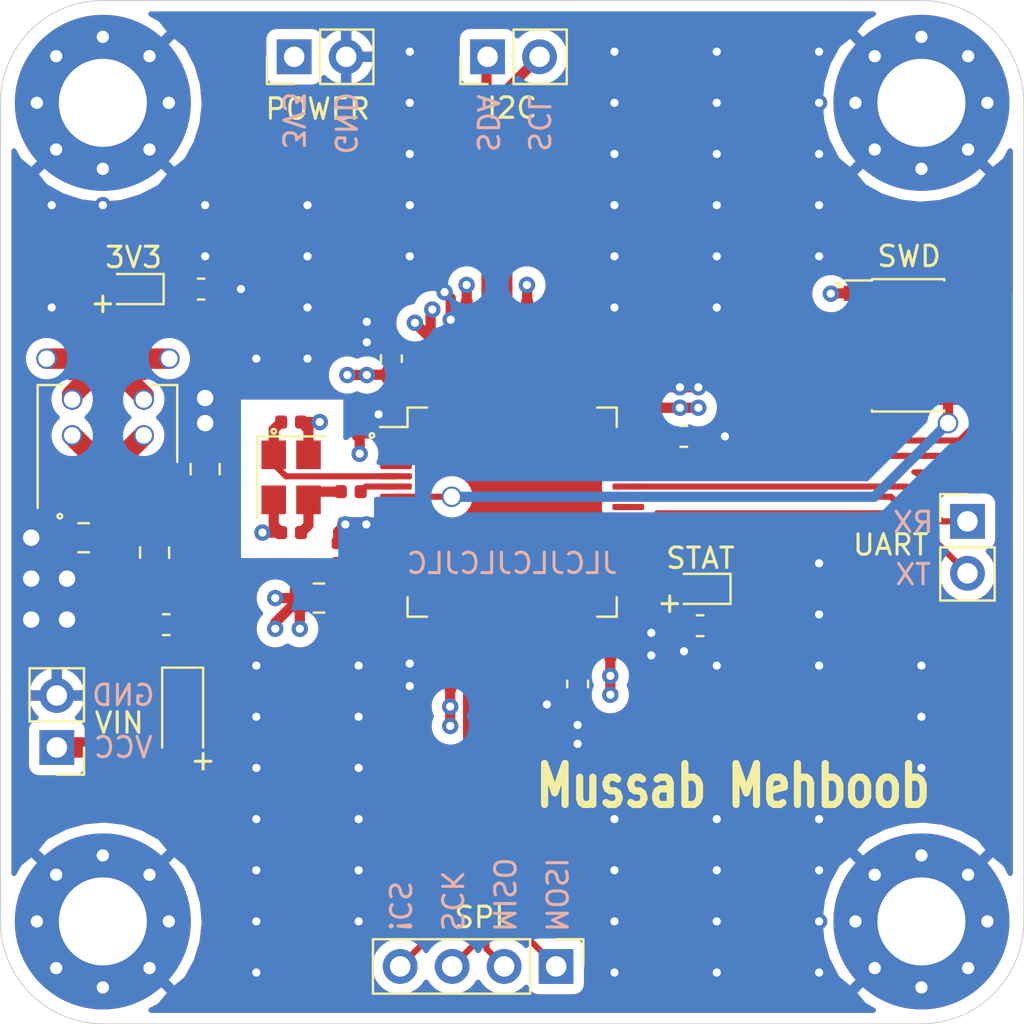
<source format=kicad_pcb>
(kicad_pcb (version 20171130) (host pcbnew "(5.1.8)-1")
  (layers (0 F.Cu signal) (1 In1.Cu power) (2 In2.Cu power) (31 B.Cu signal) (34 B.Paste user hide) (35 F.Paste user hide) (36 B.SilkS user) (37 F.SilkS user) (38 B.Mask user hide) (39 F.Mask user hide) (44 Edge.Cuts user))
  (net 0 "")
  (net 1 "Net-(C1-Pad1)")
  (net 2 GND)
  (net 3 +3V3)
  (net 4 +3.3VA)
  (net 5 "Net-(C15-Pad1)")
  (net 6 "Net-(C16-Pad1)")
  (net 7 HSE_IN)
  (net 8 "Net-(C18-Pad1)")
  (net 9 "Net-(D1-Pad1)")
  (net 10 VCC)
  (net 11 "Net-(D2-Pad1)")
  (net 12 "Net-(D3-Pad2)")
  (net 13 "Net-(D3-Pad1)")
  (net 14 "Net-(F1-Pad2)")
  (net 15 USART1_RX)
  (net 16 USART1_TX)
  (net 17 SWDIO)
  (net 18 SWCLK)
  (net 19 SWO)
  (net 20 "Net-(J4-Pad7)")
  (net 21 "Net-(J4-Pad8)")
  (net 22 NRST)
  (net 23 I2C1_SCL)
  (net 24 I2C1_SDA)
  (net 25 SPI1_CS)
  (net 26 SPI1_SCK)
  (net 27 SPI1_MISO)
  (net 28 SPI1_MOSI)
  (net 29 BOOT0)
  (net 30 BOOT1)
  (net 31 HSE_OUT)
  (net 32 "Net-(U2-Pad2)")
  (net 33 "Net-(U2-Pad3)")
  (net 34 "Net-(U2-Pad4)")
  (net 35 "Net-(U2-Pad8)")
  (net 36 "Net-(U2-Pad9)")
  (net 37 "Net-(U2-Pad10)")
  (net 38 "Net-(U2-Pad11)")
  (net 39 "Net-(U2-Pad14)")
  (net 40 "Net-(U2-Pad15)")
  (net 41 "Net-(U2-Pad16)")
  (net 42 "Net-(U2-Pad17)")
  (net 43 "Net-(U2-Pad24)")
  (net 44 "Net-(U2-Pad25)")
  (net 45 "Net-(U2-Pad26)")
  (net 46 "Net-(U2-Pad27)")
  (net 47 "Net-(U2-Pad29)")
  (net 48 "Net-(U2-Pad30)")
  (net 49 "Net-(U2-Pad34)")
  (net 50 "Net-(U2-Pad35)")
  (net 51 "Net-(U2-Pad36)")
  (net 52 "Net-(U2-Pad37)")
  (net 53 "Net-(U2-Pad38)")
  (net 54 "Net-(U2-Pad39)")
  (net 55 "Net-(U2-Pad40)")
  (net 56 "Net-(U2-Pad41)")
  (net 57 "Net-(U2-Pad44)")
  (net 58 "Net-(U2-Pad45)")
  (net 59 "Net-(U2-Pad50)")
  (net 60 "Net-(U2-Pad51)")
  (net 61 "Net-(U2-Pad52)")
  (net 62 "Net-(U2-Pad53)")
  (net 63 "Net-(U2-Pad54)")
  (net 64 "Net-(U2-Pad56)")
  (net 65 "Net-(U2-Pad57)")
  (net 66 "Net-(U2-Pad61)")
  (net 67 "Net-(U2-Pad62)")
  (module Capacitor_SMD:C_0805_2012Metric (layer F.Cu) (at 30 42.9 90)
    (fp_text reference C1)
    (fp_text value 10u)
    (pad 1 smd roundrect (at -0.9375 0 90) (size 0.975 1.4) (layers F.Cu F.Paste F.Mask) (net 1 "Net-(C1-Pad1)"))
    (pad 2 smd roundrect (at 0.9375 0 90) (size 0.975 1.4) (layers F.Cu F.Paste F.Mask) (net 2 GND))
  )
  (module Capacitor_SMD:C_0805_2012Metric (layer F.Cu) (at 24.0625 46.25 180)
    (fp_text reference C2)
    (fp_text value 10u)
    (pad 2 smd roundrect (at 0.9375 0 180) (size 0.975 1.4) (layers F.Cu F.Paste F.Mask) (net 2 GND))
    (pad 1 smd roundrect (at -0.9375 0 180) (size 0.975 1.4) (layers F.Cu F.Paste F.Mask) (net 3 +3V3))
  )
  (module Capacitor_SMD:C_0603_1608Metric (layer F.Cu) (at 39.1 37.5 90)
    (fp_text reference C3)
    (fp_text value 10u)
    (pad 1 smd roundrect (at -0.7875 0 90) (size 0.875 0.95) (layers F.Cu F.Paste F.Mask) (net 3 +3V3))
    (pad 2 smd roundrect (at 0.7875 0 90) (size 0.875 0.95) (layers F.Cu F.Paste F.Mask) (net 2 GND))
  )
  (module Capacitor_SMD:C_0402_1005Metric (layer F.Cu) (at 37.5 40.715 90)
    (fp_text reference C4)
    (fp_text value 100nf)
    (pad 2 smd roundrect (at 0.485 0 90) (size 0.59 0.64) (layers F.Cu F.Paste F.Mask) (net 2 GND))
    (pad 1 smd roundrect (at -0.485 0 90) (size 0.59 0.64) (layers F.Cu F.Paste F.Mask) (net 3 +3V3))
  )
  (module Capacitor_SMD:C_0402_1005Metric (layer F.Cu) (at 41.5 52.4 180)
    (fp_text reference C5)
    (fp_text value 100nf)
    (pad 1 smd roundrect (at -0.485 0 180) (size 0.59 0.64) (layers F.Cu F.Paste F.Mask) (net 3 +3V3))
    (pad 2 smd roundrect (at 0.485 0 180) (size 0.59 0.64) (layers F.Cu F.Paste F.Mask) (net 2 GND))
  )
  (module Capacitor_SMD:C_0402_1005Metric (layer F.Cu) (at 41.5 53.5 180)
    (fp_text reference C6)
    (fp_text value 100nf)
    (pad 2 smd roundrect (at 0.485 0 180) (size 0.59 0.64) (layers F.Cu F.Paste F.Mask) (net 2 GND))
    (pad 1 smd roundrect (at -0.485 0 180) (size 0.59 0.64) (layers F.Cu F.Paste F.Mask) (net 3 +3V3))
  )
  (module Capacitor_SMD:C_0402_1005Metric (layer F.Cu) (at 50.285 50.9)
    (fp_text reference C7)
    (fp_text value 100nf)
    (pad 1 smd roundrect (at -0.485 0) (size 0.59 0.64) (layers F.Cu F.Paste F.Mask) (net 3 +3V3))
    (pad 2 smd roundrect (at 0.485 0) (size 0.59 0.64) (layers F.Cu F.Paste F.Mask) (net 2 GND))
  )
  (module Capacitor_SMD:C_0402_1005Metric (layer F.Cu) (at 50.285 52)
    (fp_text reference C8)
    (fp_text value 100nf)
    (pad 2 smd roundrect (at 0.485 0) (size 0.59 0.64) (layers F.Cu F.Paste F.Mask) (net 2 GND))
    (pad 1 smd roundrect (at -0.485 0) (size 0.59 0.64) (layers F.Cu F.Paste F.Mask) (net 3 +3V3))
  )
  (module Capacitor_SMD:C_0402_1005Metric (layer F.Cu) (at 50.9 39.4 90)
    (fp_text reference C9)
    (fp_text value 100nf)
    (pad 1 smd roundrect (at -0.485 0 90) (size 0.59 0.64) (layers F.Cu F.Paste F.Mask) (net 3 +3V3))
    (pad 2 smd roundrect (at 0.485 0 90) (size 0.59 0.64) (layers F.Cu F.Paste F.Mask) (net 2 GND))
  )
  (module Capacitor_SMD:C_0402_1005Metric (layer F.Cu) (at 52.1 39.415 90)
    (fp_text reference C10)
    (fp_text value 100nf)
    (pad 1 smd roundrect (at -0.485 0 90) (size 0.59 0.64) (layers F.Cu F.Paste F.Mask) (net 3 +3V3))
    (pad 2 smd roundrect (at 0.485 0 90) (size 0.59 0.64) (layers F.Cu F.Paste F.Mask) (net 2 GND))
  )
  (module Capacitor_SMD:C_0402_1005Metric (layer F.Cu) (at 41.5 37.6)
    (fp_text reference C11)
    (fp_text value 100nf)
    (pad 2 smd roundrect (at 0.485 0) (size 0.59 0.64) (layers F.Cu F.Paste F.Mask) (net 2 GND))
    (pad 1 smd roundrect (at -0.485 0) (size 0.59 0.64) (layers F.Cu F.Paste F.Mask) (net 3 +3V3))
  )
  (module Capacitor_SMD:C_0402_1005Metric (layer F.Cu) (at 41.5 36.5)
    (fp_text reference C12)
    (fp_text value 100nf)
    (pad 1 smd roundrect (at -0.485 0) (size 0.59 0.64) (layers F.Cu F.Paste F.Mask) (net 3 +3V3))
    (pad 2 smd roundrect (at 0.485 0) (size 0.59 0.64) (layers F.Cu F.Paste F.Mask) (net 2 GND))
  )
  (module Capacitor_SMD:C_0402_1005Metric (layer F.Cu) (at 36.5 47 90)
    (fp_text reference C13)
    (fp_text value 100nf)
    (pad 2 smd roundrect (at 0.485 0 90) (size 0.59 0.64) (layers F.Cu F.Paste F.Mask) (net 2 GND))
    (pad 1 smd roundrect (at -0.485 0 90) (size 0.59 0.64) (layers F.Cu F.Paste F.Mask) (net 4 +3.3VA))
  )
  (module Capacitor_SMD:C_0402_1005Metric (layer F.Cu) (at 37.6 47 90)
    (fp_text reference C14)
    (fp_text value 10n)
    (pad 2 smd roundrect (at 0.485 0 90) (size 0.59 0.64) (layers F.Cu F.Paste F.Mask) (net 2 GND))
    (pad 1 smd roundrect (at -0.485 0 90) (size 0.59 0.64) (layers F.Cu F.Paste F.Mask) (net 4 +3.3VA))
  )
  (module Capacitor_SMD:C_0603_1608Metric (layer F.Cu) (at 48.2 53.4 270)
    (fp_text reference C15)
    (fp_text value 2.2u)
    (pad 2 smd roundrect (at 0.7875 0 270) (size 0.875 0.95) (layers F.Cu F.Paste F.Mask) (net 2 GND))
    (pad 1 smd roundrect (at -0.7875 0 270) (size 0.875 0.95) (layers F.Cu F.Paste F.Mask) (net 5 "Net-(C15-Pad1)"))
  )
  (module Capacitor_SMD:C_0603_1608Metric (layer F.Cu) (at 53.3875 41.3)
    (fp_text reference C16)
    (fp_text value 2.2u)
    (pad 1 smd roundrect (at -0.7875 0) (size 0.875 0.95) (layers F.Cu F.Paste F.Mask) (net 6 "Net-(C16-Pad1)"))
    (pad 2 smd roundrect (at 0.7875 0) (size 0.875 0.95) (layers F.Cu F.Paste F.Mask) (net 2 GND))
  )
  (module Capacitor_SMD:C_0402_1005Metric (layer F.Cu) (at 34.2 40.6)
    (fp_text reference C17)
    (fp_text value 12p)
    (pad 1 smd roundrect (at -0.485 0) (size 0.59 0.64) (layers F.Cu F.Paste F.Mask) (net 7 HSE_IN))
    (pad 2 smd roundrect (at 0.485 0) (size 0.59 0.64) (layers F.Cu F.Paste F.Mask) (net 2 GND))
  )
  (module Capacitor_SMD:C_0402_1005Metric (layer F.Cu) (at 34.2 46 180)
    (fp_text reference C18)
    (fp_text value 12p)
    (pad 1 smd roundrect (at -0.485 0 180) (size 0.59 0.64) (layers F.Cu F.Paste F.Mask) (net 8 "Net-(C18-Pad1)"))
    (pad 2 smd roundrect (at 0.485 0 180) (size 0.59 0.64) (layers F.Cu F.Paste F.Mask) (net 2 GND))
  )
  (module Diode_SMD:D_SOD-123 (layer F.Cu) (at 28.9 54.85 270)
    (fp_text reference D1)
    (fp_text value B5819W)
    (pad 1 smd rect (at -1.65 0 270) (size 0.9 1.2) (layers F.Cu F.Paste F.Mask) (net 9 "Net-(D1-Pad1)"))
    (pad 2 smd rect (at 1.65 0 270) (size 0.9 1.2) (layers F.Cu F.Paste F.Mask) (net 10 VCC))
  )
  (module LED_SMD:LED_0603_1608Metric (layer F.Cu) (at 26.4875 34.1 180)
    (fp_text reference D2)
    (fp_text value Red)
    (pad 1 smd roundrect (at -0.7875 0 180) (size 0.875 0.95) (layers F.Cu F.Paste F.Mask) (net 11 "Net-(D2-Pad1)"))
    (pad 2 smd roundrect (at 0.7875 0 180) (size 0.875 0.95) (layers F.Cu F.Paste F.Mask) (net 3 +3V3))
  )
  (module LED_SMD:LED_0603_1608Metric (layer F.Cu) (at 54.1875 48.75 180)
    (fp_text reference D3)
    (fp_text value Red)
    (pad 2 smd roundrect (at 0.7875 0 180) (size 0.875 0.95) (layers F.Cu F.Paste F.Mask) (net 12 "Net-(D3-Pad2)"))
    (pad 1 smd roundrect (at -0.7875 0 180) (size 0.875 0.95) (layers F.Cu F.Paste F.Mask) (net 13 "Net-(D3-Pad1)"))
  )
  (module Fuse:Fuse_0603_1608Metric (layer F.Cu) (at 28.1 50.5 180)
    (fp_text reference F1)
    (fp_text value 500mA)
    (pad 1 smd roundrect (at -0.7875 0 180) (size 0.875 0.95) (layers F.Cu F.Paste F.Mask) (net 9 "Net-(D1-Pad1)"))
    (pad 2 smd roundrect (at 0.7875 0 180) (size 0.875 0.95) (layers F.Cu F.Paste F.Mask) (net 14 "Net-(F1-Pad2)"))
  )
  (module Inductor_SMD:L_0805_2012Metric (layer F.Cu) (at 27.53 46.9775 270)
    (fp_text reference FB1)
    (fp_text value "100 @ 100 MHz")
    (pad 1 smd roundrect (at -0.9375 0 270) (size 0.975 1.4) (layers F.Cu F.Paste F.Mask) (net 1 "Net-(C1-Pad1)"))
    (pad 2 smd roundrect (at 0.9375 0 270) (size 0.975 1.4) (layers F.Cu F.Paste F.Mask) (net 14 "Net-(F1-Pad2)"))
  )
  (module Inductor_SMD:L_0805_2012Metric (layer F.Cu) (at 35.5625 49.2 180)
    (fp_text reference FB2)
    (fp_text value "100 @ 100 MHz")
    (pad 2 smd roundrect (at 0.9375 0 180) (size 0.975 1.4) (layers F.Cu F.Paste F.Mask) (net 3 +3V3))
    (pad 1 smd roundrect (at -0.9375 0 180) (size 0.975 1.4) (layers F.Cu F.Paste F.Mask) (net 4 +3.3VA))
  )
  (module MountingHole:MountingHole_4.3mm_M4_Pad_Via (layer F.Cu) (at 25 25)
    (fp_text reference H1)
    (fp_text value MountingHole_Pad)
    (pad 1 thru_hole circle (at 2.280419 -2.280419) (size 0.9 0.9) (drill 0.6) (layers *.Cu *.Mask) (net 2 GND))
    (pad 1 thru_hole circle (at 0 -3.225) (size 0.9 0.9) (drill 0.6) (layers *.Cu *.Mask) (net 2 GND))
    (pad 1 thru_hole circle (at -2.280419 -2.280419) (size 0.9 0.9) (drill 0.6) (layers *.Cu *.Mask) (net 2 GND))
    (pad 1 thru_hole circle (at -3.225 0) (size 0.9 0.9) (drill 0.6) (layers *.Cu *.Mask) (net 2 GND))
    (pad 1 thru_hole circle (at -2.280419 2.280419) (size 0.9 0.9) (drill 0.6) (layers *.Cu *.Mask) (net 2 GND))
    (pad 1 thru_hole circle (at 0 3.225) (size 0.9 0.9) (drill 0.6) (layers *.Cu *.Mask) (net 2 GND))
    (pad 1 thru_hole circle (at 2.280419 2.280419) (size 0.9 0.9) (drill 0.6) (layers *.Cu *.Mask) (net 2 GND))
    (pad 1 thru_hole circle (at 3.225 0) (size 0.9 0.9) (drill 0.6) (layers *.Cu *.Mask) (net 2 GND))
    (pad 1 thru_hole circle (at 0 0) (size 8.6 8.6) (drill 4.3) (layers *.Cu *.Mask) (net 2 GND))
  )
  (module MountingHole:MountingHole_4.3mm_M4_Pad_Via (layer F.Cu) (at 65 25)
    (fp_text reference H2)
    (fp_text value MountingHole_Pad)
    (pad 1 thru_hole circle (at 0 0) (size 8.6 8.6) (drill 4.3) (layers *.Cu *.Mask) (net 2 GND))
    (pad 1 thru_hole circle (at 3.225 0) (size 0.9 0.9) (drill 0.6) (layers *.Cu *.Mask) (net 2 GND))
    (pad 1 thru_hole circle (at 2.280419 2.280419) (size 0.9 0.9) (drill 0.6) (layers *.Cu *.Mask) (net 2 GND))
    (pad 1 thru_hole circle (at 0 3.225) (size 0.9 0.9) (drill 0.6) (layers *.Cu *.Mask) (net 2 GND))
    (pad 1 thru_hole circle (at -2.280419 2.280419) (size 0.9 0.9) (drill 0.6) (layers *.Cu *.Mask) (net 2 GND))
    (pad 1 thru_hole circle (at -3.225 0) (size 0.9 0.9) (drill 0.6) (layers *.Cu *.Mask) (net 2 GND))
    (pad 1 thru_hole circle (at -2.280419 -2.280419) (size 0.9 0.9) (drill 0.6) (layers *.Cu *.Mask) (net 2 GND))
    (pad 1 thru_hole circle (at 0 -3.225) (size 0.9 0.9) (drill 0.6) (layers *.Cu *.Mask) (net 2 GND))
    (pad 1 thru_hole circle (at 2.280419 -2.280419) (size 0.9 0.9) (drill 0.6) (layers *.Cu *.Mask) (net 2 GND))
  )
  (module MountingHole:MountingHole_4.3mm_M4_Pad_Via (layer F.Cu) (at 65 65)
    (fp_text reference H3)
    (fp_text value MountingHole_Pad)
    (pad 1 thru_hole circle (at 2.280419 -2.280419) (size 0.9 0.9) (drill 0.6) (layers *.Cu *.Mask) (net 2 GND))
    (pad 1 thru_hole circle (at 0 -3.225) (size 0.9 0.9) (drill 0.6) (layers *.Cu *.Mask) (net 2 GND))
    (pad 1 thru_hole circle (at -2.280419 -2.280419) (size 0.9 0.9) (drill 0.6) (layers *.Cu *.Mask) (net 2 GND))
    (pad 1 thru_hole circle (at -3.225 0) (size 0.9 0.9) (drill 0.6) (layers *.Cu *.Mask) (net 2 GND))
    (pad 1 thru_hole circle (at -2.280419 2.280419) (size 0.9 0.9) (drill 0.6) (layers *.Cu *.Mask) (net 2 GND))
    (pad 1 thru_hole circle (at 0 3.225) (size 0.9 0.9) (drill 0.6) (layers *.Cu *.Mask) (net 2 GND))
    (pad 1 thru_hole circle (at 2.280419 2.280419) (size 0.9 0.9) (drill 0.6) (layers *.Cu *.Mask) (net 2 GND))
    (pad 1 thru_hole circle (at 3.225 0) (size 0.9 0.9) (drill 0.6) (layers *.Cu *.Mask) (net 2 GND))
    (pad 1 thru_hole circle (at 0 0) (size 8.6 8.6) (drill 4.3) (layers *.Cu *.Mask) (net 2 GND))
  )
  (module MountingHole:MountingHole_4.3mm_M4_Pad_Via (layer F.Cu) (at 25 65)
    (fp_text reference H4)
    (fp_text value MountingHole_Pad)
    (pad 1 thru_hole circle (at 0 0) (size 8.6 8.6) (drill 4.3) (layers *.Cu *.Mask) (net 2 GND))
    (pad 1 thru_hole circle (at 3.225 0) (size 0.9 0.9) (drill 0.6) (layers *.Cu *.Mask) (net 2 GND))
    (pad 1 thru_hole circle (at 2.280419 2.280419) (size 0.9 0.9) (drill 0.6) (layers *.Cu *.Mask) (net 2 GND))
    (pad 1 thru_hole circle (at 0 3.225) (size 0.9 0.9) (drill 0.6) (layers *.Cu *.Mask) (net 2 GND))
    (pad 1 thru_hole circle (at -2.280419 2.280419) (size 0.9 0.9) (drill 0.6) (layers *.Cu *.Mask) (net 2 GND))
    (pad 1 thru_hole circle (at -3.225 0) (size 0.9 0.9) (drill 0.6) (layers *.Cu *.Mask) (net 2 GND))
    (pad 1 thru_hole circle (at -2.280419 -2.280419) (size 0.9 0.9) (drill 0.6) (layers *.Cu *.Mask) (net 2 GND))
    (pad 1 thru_hole circle (at 0 -3.225) (size 0.9 0.9) (drill 0.6) (layers *.Cu *.Mask) (net 2 GND))
    (pad 1 thru_hole circle (at 2.280419 -2.280419) (size 0.9 0.9) (drill 0.6) (layers *.Cu *.Mask) (net 2 GND))
  )
  (module Crystal:Crystal_SMD_3225-4Pin_3.2x2.5mm (layer F.Cu) (at 34.2 43.3 270)
    (fp_text reference HSE1)
    (fp_text value 16MHz)
    (pad 1 smd rect (at -1.1 0.85 270) (size 1.4 1.2) (layers F.Cu F.Paste F.Mask) (net 7 HSE_IN))
    (pad 2 smd rect (at 1.1 0.85 270) (size 1.4 1.2) (layers F.Cu F.Paste F.Mask) (net 2 GND))
    (pad 3 smd rect (at 1.1 -0.85 270) (size 1.4 1.2) (layers F.Cu F.Paste F.Mask) (net 8 "Net-(C18-Pad1)"))
    (pad 4 smd rect (at -1.1 -0.85 270) (size 1.4 1.2) (layers F.Cu F.Paste F.Mask) (net 2 GND))
  )
  (module Connector_PinHeader_2.54mm:PinHeader_1x02_P2.54mm_Vertical (layer F.Cu) (at 22.75 56.5 180)
    (fp_text reference J1)
    (fp_text value Conn_01x02)
    (pad 2 thru_hole oval (at 0 2.54 180) (size 1.7 1.7) (drill 1) (layers *.Cu *.Mask) (net 2 GND))
    (pad 1 thru_hole rect (at 0 0 180) (size 1.7 1.7) (drill 1) (layers *.Cu *.Mask) (net 10 VCC))
  )
  (module Connector_PinHeader_2.54mm:PinHeader_1x02_P2.54mm_Vertical (layer F.Cu) (at 67.25 45.45)
    (fp_text reference J2)
    (fp_text value Conn_01x02)
    (pad 2 thru_hole oval (at 0 2.54) (size 1.7 1.7) (drill 1) (layers *.Cu *.Mask) (net 16 USART1_TX))
    (pad 1 thru_hole rect (at 0 0) (size 1.7 1.7) (drill 1) (layers *.Cu *.Mask) (net 15 USART1_RX))
  )
  (module Connector_PinHeader_2.54mm:PinHeader_1x02_P2.54mm_Vertical (layer F.Cu) (at 34.35 22.75 90)
    (fp_text reference J3)
    (fp_text value Conn_01x02)
    (pad 1 thru_hole rect (at 0 0 90) (size 1.7 1.7) (drill 1) (layers *.Cu *.Mask) (net 3 +3V3))
    (pad 2 thru_hole oval (at 0 2.54 90) (size 1.7 1.7) (drill 1) (layers *.Cu *.Mask) (net 2 GND))
  )
  (module Connector_PinHeader_1.27mm:PinHeader_2x05_P1.27mm_Vertical_SMD (layer F.Cu) (at 64.35 36.85)
    (fp_text reference J4)
    (fp_text value Conn_02x05_Odd_Even)
    (pad 1 smd rect (at -1.95 -2.54) (size 2.4 0.74) (layers F.Cu F.Paste F.Mask) (net 3 +3V3))
    (pad 2 smd rect (at 1.95 -2.54) (size 2.4 0.74) (layers F.Cu F.Paste F.Mask) (net 17 SWDIO))
    (pad 3 smd rect (at -1.95 -1.27) (size 2.4 0.74) (layers F.Cu F.Paste F.Mask) (net 2 GND))
    (pad 4 smd rect (at 1.95 -1.27) (size 2.4 0.74) (layers F.Cu F.Paste F.Mask) (net 18 SWCLK))
    (pad 5 smd rect (at -1.95 0) (size 2.4 0.74) (layers F.Cu F.Paste F.Mask) (net 2 GND))
    (pad 6 smd rect (at 1.95 0) (size 2.4 0.74) (layers F.Cu F.Paste F.Mask) (net 19 SWO))
    (pad 7 smd rect (at -1.95 1.27) (size 2.4 0.74) (layers F.Cu F.Paste F.Mask) (net 20 "Net-(J4-Pad7)"))
    (pad 8 smd rect (at 1.95 1.27) (size 2.4 0.74) (layers F.Cu F.Paste F.Mask) (net 21 "Net-(J4-Pad8)"))
    (pad 9 smd rect (at -1.95 2.54) (size 2.4 0.74) (layers F.Cu F.Paste F.Mask) (net 2 GND))
    (pad 10 smd rect (at 1.95 2.54) (size 2.4 0.74) (layers F.Cu F.Paste F.Mask) (net 22 NRST))
  )
  (module Connector_PinHeader_2.54mm:PinHeader_1x02_P2.54mm_Vertical (layer F.Cu) (at 43.8 22.75 90)
    (fp_text reference J5)
    (fp_text value Conn_01x02)
    (pad 1 thru_hole rect (at 0 0 90) (size 1.7 1.7) (drill 1) (layers *.Cu *.Mask) (net 24 I2C1_SDA))
    (pad 2 thru_hole oval (at 0 2.54 90) (size 1.7 1.7) (drill 1) (layers *.Cu *.Mask) (net 23 I2C1_SCL))
  )
  (module Connector_PinHeader_2.54mm:PinHeader_1x04_P2.54mm_Vertical (layer F.Cu) (at 47.15 67.2 270)
    (fp_text reference J6)
    (fp_text value Conn_01x04)
    (pad 1 thru_hole rect (at 0 0 270) (size 1.7 1.7) (drill 1) (layers *.Cu *.Mask) (net 28 SPI1_MOSI))
    (pad 2 thru_hole oval (at 0 2.54 270) (size 1.7 1.7) (drill 1) (layers *.Cu *.Mask) (net 27 SPI1_MISO))
    (pad 3 thru_hole oval (at 0 5.08 270) (size 1.7 1.7) (drill 1) (layers *.Cu *.Mask) (net 26 SPI1_SCK))
    (pad 4 thru_hole oval (at 0 7.62 270) (size 1.7 1.7) (drill 1) (layers *.Cu *.Mask) (net 25 SPI1_CS))
  )
  (module Resistor_SMD:R_0603_1608Metric (layer F.Cu) (at 29.8 34.1)
    (fp_text reference R1)
    (fp_text value 2k2)
    (pad 1 smd roundrect (at -0.7875 0) (size 0.875 0.95) (layers F.Cu F.Paste F.Mask) (net 11 "Net-(D2-Pad1)"))
    (pad 2 smd roundrect (at 0.7875 0) (size 0.875 0.95) (layers F.Cu F.Paste F.Mask) (net 2 GND))
  )
  (module Resistor_SMD:R_0402_1005Metric (layer F.Cu) (at 43 37.015 90)
    (fp_text reference R2)
    (fp_text value 10k)
    (pad 2 smd roundrect (at 0.485 0 90) (size 0.59 0.64) (layers F.Cu F.Paste F.Mask) (net 2 GND))
    (pad 1 smd roundrect (at -0.485 0 90) (size 0.59 0.64) (layers F.Cu F.Paste F.Mask) (net 29 BOOT0))
  )
  (module Resistor_SMD:R_0402_1005Metric (layer F.Cu) (at 46.75 52.985 270)
    (fp_text reference R3)
    (fp_text value 10k)
    (pad 1 smd roundrect (at -0.485 0 270) (size 0.59 0.64) (layers F.Cu F.Paste F.Mask) (net 30 BOOT1))
    (pad 2 smd roundrect (at 0.485 0 270) (size 0.59 0.64) (layers F.Cu F.Paste F.Mask) (net 2 GND))
  )
  (module Resistor_SMD:R_0402_1005Metric (layer F.Cu) (at 45.25 34.85 180)
    (fp_text reference R4)
    (fp_text value 2k2)
    (pad 2 smd roundrect (at 0.485 0 180) (size 0.59 0.64) (layers F.Cu F.Paste F.Mask) (net 23 I2C1_SCL))
    (pad 1 smd roundrect (at -0.485 0 180) (size 0.59 0.64) (layers F.Cu F.Paste F.Mask) (net 3 +3V3))
  )
  (module Resistor_SMD:R_0402_1005Metric (layer F.Cu) (at 43.265 34.85)
    (fp_text reference R5)
    (fp_text value 2k2)
    (pad 1 smd roundrect (at -0.485 0) (size 0.59 0.64) (layers F.Cu F.Paste F.Mask) (net 3 +3V3))
    (pad 2 smd roundrect (at 0.485 0) (size 0.59 0.64) (layers F.Cu F.Paste F.Mask) (net 24 I2C1_SDA))
  )
  (module Resistor_SMD:R_0402_1005Metric (layer F.Cu) (at 37.115 44 180)
    (fp_text reference R6)
    (fp_text value 220)
    (pad 1 smd roundrect (at -0.485 0 180) (size 0.59 0.64) (layers F.Cu F.Paste F.Mask) (net 31 HSE_OUT))
    (pad 2 smd roundrect (at 0.485 0 180) (size 0.59 0.64) (layers F.Cu F.Paste F.Mask) (net 8 "Net-(C18-Pad1)"))
  )
  (module Resistor_SMD:R_0603_1608Metric (layer F.Cu) (at 54.1875 50.55 180)
    (fp_text reference R7)
    (fp_text value 2k2)
    (pad 2 smd roundrect (at 0.7875 0 180) (size 0.875 0.95) (layers F.Cu F.Paste F.Mask) (net 2 GND))
    (pad 1 smd roundrect (at -0.7875 0 180) (size 0.875 0.95) (layers F.Cu F.Paste F.Mask) (net 13 "Net-(D3-Pad1)"))
  )
  (module Package_TO_SOT_SMD:SOT-223-3_TabPin2 (layer F.Cu) (at 25.225001 40.7 90)
    (fp_text reference U1)
    (fp_text value AMS1117-3.3)
    (pad 2 smd rect (at 3.15 0 90) (size 2 3.8) (layers F.Cu F.Paste F.Mask) (net 3 +3V3))
    (pad 2 smd rect (at -3.15 0 90) (size 2 1.5) (layers F.Cu F.Paste F.Mask) (net 3 +3V3))
    (pad 3 smd rect (at -3.15 2.3 90) (size 2 1.5) (layers F.Cu F.Paste F.Mask) (net 1 "Net-(C1-Pad1)"))
    (pad 1 smd rect (at -3.15 -2.3 90) (size 2 1.5) (layers F.Cu F.Paste F.Mask) (net 2 GND))
  )
  (module Package_QFP:LQFP-64_10x10mm_P0.5mm (layer F.Cu) (at 45 45)
    (fp_text reference U2)
    (fp_text value STM32F405RGT6)
    (pad 1 smd roundrect (at -5.675 -3.75) (size 1.55 0.3) (layers F.Cu F.Paste F.Mask) (net 3 +3V3))
    (pad 2 smd roundrect (at -5.675 -3.25) (size 1.55 0.3) (layers F.Cu F.Paste F.Mask) (net 32 "Net-(U2-Pad2)"))
    (pad 3 smd roundrect (at -5.675 -2.75) (size 1.55 0.3) (layers F.Cu F.Paste F.Mask) (net 33 "Net-(U2-Pad3)"))
    (pad 4 smd roundrect (at -5.675 -2.25) (size 1.55 0.3) (layers F.Cu F.Paste F.Mask) (net 34 "Net-(U2-Pad4)"))
    (pad 5 smd roundrect (at -5.675 -1.75) (size 1.55 0.3) (layers F.Cu F.Paste F.Mask) (net 7 HSE_IN))
    (pad 6 smd roundrect (at -5.675 -1.25) (size 1.55 0.3) (layers F.Cu F.Paste F.Mask) (net 31 HSE_OUT))
    (pad 7 smd roundrect (at -5.675 -0.75) (size 1.55 0.3) (layers F.Cu F.Paste F.Mask) (net 22 NRST))
    (pad 8 smd roundrect (at -5.675 -0.25) (size 1.55 0.3) (layers F.Cu F.Paste F.Mask) (net 35 "Net-(U2-Pad8)"))
    (pad 9 smd roundrect (at -5.675 0.25) (size 1.55 0.3) (layers F.Cu F.Paste F.Mask) (net 36 "Net-(U2-Pad9)"))
    (pad 10 smd roundrect (at -5.675 0.75) (size 1.55 0.3) (layers F.Cu F.Paste F.Mask) (net 37 "Net-(U2-Pad10)"))
    (pad 11 smd roundrect (at -5.675 1.25) (size 1.55 0.3) (layers F.Cu F.Paste F.Mask) (net 38 "Net-(U2-Pad11)"))
    (pad 12 smd roundrect (at -5.675 1.75) (size 1.55 0.3) (layers F.Cu F.Paste F.Mask) (net 2 GND))
    (pad 13 smd roundrect (at -5.675 2.25) (size 1.55 0.3) (layers F.Cu F.Paste F.Mask) (net 4 +3.3VA))
    (pad 14 smd roundrect (at -5.675 2.75) (size 1.55 0.3) (layers F.Cu F.Paste F.Mask) (net 39 "Net-(U2-Pad14)"))
    (pad 15 smd roundrect (at -5.675 3.25) (size 1.55 0.3) (layers F.Cu F.Paste F.Mask) (net 40 "Net-(U2-Pad15)"))
    (pad 16 smd roundrect (at -5.675 3.75) (size 1.55 0.3) (layers F.Cu F.Paste F.Mask) (net 41 "Net-(U2-Pad16)"))
    (pad 17 smd roundrect (at -3.75 5.675) (size 0.3 1.55) (layers F.Cu F.Paste F.Mask) (net 42 "Net-(U2-Pad17)"))
    (pad 18 smd roundrect (at -3.25 5.675) (size 0.3 1.55) (layers F.Cu F.Paste F.Mask) (net 2 GND))
    (pad 19 smd roundrect (at -2.75 5.675) (size 0.3 1.55) (layers F.Cu F.Paste F.Mask) (net 3 +3V3))
    (pad 20 smd roundrect (at -2.25 5.675) (size 0.3 1.55) (layers F.Cu F.Paste F.Mask) (net 25 SPI1_CS))
    (pad 21 smd roundrect (at -1.75 5.675) (size 0.3 1.55) (layers F.Cu F.Paste F.Mask) (net 26 SPI1_SCK))
    (pad 22 smd roundrect (at -1.25 5.675) (size 0.3 1.55) (layers F.Cu F.Paste F.Mask) (net 27 SPI1_MISO))
    (pad 23 smd roundrect (at -0.75 5.675) (size 0.3 1.55) (layers F.Cu F.Paste F.Mask) (net 28 SPI1_MOSI))
    (pad 24 smd roundrect (at -0.25 5.675) (size 0.3 1.55) (layers F.Cu F.Paste F.Mask) (net 43 "Net-(U2-Pad24)"))
    (pad 25 smd roundrect (at 0.25 5.675) (size 0.3 1.55) (layers F.Cu F.Paste F.Mask) (net 44 "Net-(U2-Pad25)"))
    (pad 26 smd roundrect (at 0.75 5.675) (size 0.3 1.55) (layers F.Cu F.Paste F.Mask) (net 45 "Net-(U2-Pad26)"))
    (pad 27 smd roundrect (at 1.25 5.675) (size 0.3 1.55) (layers F.Cu F.Paste F.Mask) (net 46 "Net-(U2-Pad27)"))
    (pad 28 smd roundrect (at 1.75 5.675) (size 0.3 1.55) (layers F.Cu F.Paste F.Mask) (net 30 BOOT1))
    (pad 29 smd roundrect (at 2.25 5.675) (size 0.3 1.55) (layers F.Cu F.Paste F.Mask) (net 47 "Net-(U2-Pad29)"))
    (pad 30 smd roundrect (at 2.75 5.675) (size 0.3 1.55) (layers F.Cu F.Paste F.Mask) (net 48 "Net-(U2-Pad30)"))
    (pad 31 smd roundrect (at 3.25 5.675) (size 0.3 1.55) (layers F.Cu F.Paste F.Mask) (net 5 "Net-(C15-Pad1)"))
    (pad 32 smd roundrect (at 3.75 5.675) (size 0.3 1.55) (layers F.Cu F.Paste F.Mask) (net 3 +3V3))
    (pad 33 smd roundrect (at 5.675 3.75) (size 1.55 0.3) (layers F.Cu F.Paste F.Mask) (net 12 "Net-(D3-Pad2)"))
    (pad 34 smd roundrect (at 5.675 3.25) (size 1.55 0.3) (layers F.Cu F.Paste F.Mask) (net 49 "Net-(U2-Pad34)"))
    (pad 35 smd roundrect (at 5.675 2.75) (size 1.55 0.3) (layers F.Cu F.Paste F.Mask) (net 50 "Net-(U2-Pad35)"))
    (pad 36 smd roundrect (at 5.675 2.25) (size 1.55 0.3) (layers F.Cu F.Paste F.Mask) (net 51 "Net-(U2-Pad36)"))
    (pad 37 smd roundrect (at 5.675 1.75) (size 1.55 0.3) (layers F.Cu F.Paste F.Mask) (net 52 "Net-(U2-Pad37)"))
    (pad 38 smd roundrect (at 5.675 1.25) (size 1.55 0.3) (layers F.Cu F.Paste F.Mask) (net 53 "Net-(U2-Pad38)"))
    (pad 39 smd roundrect (at 5.675 0.75) (size 1.55 0.3) (layers F.Cu F.Paste F.Mask) (net 54 "Net-(U2-Pad39)"))
    (pad 40 smd roundrect (at 5.675 0.25) (size 1.55 0.3) (layers F.Cu F.Paste F.Mask) (net 55 "Net-(U2-Pad40)"))
    (pad 41 smd roundrect (at 5.675 -0.25) (size 1.55 0.3) (layers F.Cu F.Paste F.Mask) (net 56 "Net-(U2-Pad41)"))
    (pad 42 smd roundrect (at 5.675 -0.75) (size 1.55 0.3) (layers F.Cu F.Paste F.Mask) (net 16 USART1_TX))
    (pad 43 smd roundrect (at 5.675 -1.25) (size 1.55 0.3) (layers F.Cu F.Paste F.Mask) (net 15 USART1_RX))
    (pad 44 smd roundrect (at 5.675 -1.75) (size 1.55 0.3) (layers F.Cu F.Paste F.Mask) (net 57 "Net-(U2-Pad44)"))
    (pad 45 smd roundrect (at 5.675 -2.25) (size 1.55 0.3) (layers F.Cu F.Paste F.Mask) (net 58 "Net-(U2-Pad45)"))
    (pad 46 smd roundrect (at 5.675 -2.75) (size 1.55 0.3) (layers F.Cu F.Paste F.Mask) (net 17 SWDIO))
    (pad 47 smd roundrect (at 5.675 -3.25) (size 1.55 0.3) (layers F.Cu F.Paste F.Mask) (net 6 "Net-(C16-Pad1)"))
    (pad 48 smd roundrect (at 5.675 -3.75) (size 1.55 0.3) (layers F.Cu F.Paste F.Mask) (net 3 +3V3))
    (pad 49 smd roundrect (at 3.75 -5.675) (size 0.3 1.55) (layers F.Cu F.Paste F.Mask) (net 18 SWCLK))
    (pad 50 smd roundrect (at 3.25 -5.675) (size 0.3 1.55) (layers F.Cu F.Paste F.Mask) (net 59 "Net-(U2-Pad50)"))
    (pad 51 smd roundrect (at 2.75 -5.675) (size 0.3 1.55) (layers F.Cu F.Paste F.Mask) (net 60 "Net-(U2-Pad51)"))
    (pad 52 smd roundrect (at 2.25 -5.675) (size 0.3 1.55) (layers F.Cu F.Paste F.Mask) (net 61 "Net-(U2-Pad52)"))
    (pad 53 smd roundrect (at 1.75 -5.675) (size 0.3 1.55) (layers F.Cu F.Paste F.Mask) (net 62 "Net-(U2-Pad53)"))
    (pad 54 smd roundrect (at 1.25 -5.675) (size 0.3 1.55) (layers F.Cu F.Paste F.Mask) (net 63 "Net-(U2-Pad54)"))
    (pad 55 smd roundrect (at 0.75 -5.675) (size 0.3 1.55) (layers F.Cu F.Paste F.Mask) (net 19 SWO))
    (pad 56 smd roundrect (at 0.25 -5.675) (size 0.3 1.55) (layers F.Cu F.Paste F.Mask) (net 64 "Net-(U2-Pad56)"))
    (pad 57 smd roundrect (at -0.25 -5.675) (size 0.3 1.55) (layers F.Cu F.Paste F.Mask) (net 65 "Net-(U2-Pad57)"))
    (pad 58 smd roundrect (at -0.75 -5.675) (size 0.3 1.55) (layers F.Cu F.Paste F.Mask) (net 23 I2C1_SCL))
    (pad 59 smd roundrect (at -1.25 -5.675) (size 0.3 1.55) (layers F.Cu F.Paste F.Mask) (net 24 I2C1_SDA))
    (pad 60 smd roundrect (at -1.75 -5.675) (size 0.3 1.55) (layers F.Cu F.Paste F.Mask) (net 29 BOOT0))
    (pad 61 smd roundrect (at -2.25 -5.675) (size 0.3 1.55) (layers F.Cu F.Paste F.Mask) (net 66 "Net-(U2-Pad61)"))
    (pad 62 smd roundrect (at -2.75 -5.675) (size 0.3 1.55) (layers F.Cu F.Paste F.Mask) (net 67 "Net-(U2-Pad62)"))
    (pad 63 smd roundrect (at -3.25 -5.675) (size 0.3 1.55) (layers F.Cu F.Paste F.Mask) (net 2 GND))
    (pad 64 smd roundrect (at -3.75 -5.675) (size 0.3 1.55) (layers F.Cu F.Paste F.Mask) (net 3 +3V3))
  )
  (gr_text "Mussab Mehboob" (at 55.8 58.38) (layer F.SilkS) (effects (font (size 2 1.5) (thickness 0.35))))
  (gr_text JLCJLCJLCJLC (at 45 47.5) (layer B.SilkS) (effects (font (size 1 1)) (justify mirror)))
  (gr_circle (center 33.35 41.05) (end 33.35 41.1) (layer F.SilkS) (width 0.12))
  (gr_circle (center 60.95 33.9) (end 60.95 33.95) (layer F.SilkS) (width 0.12))
  (gr_circle (center 22.9 45.2) (end 22.9 45.25) (layer F.SilkS) (width 0.12))
  (gr_circle (center 38.15 41.25) (end 38.15 41.3) (layer F.SilkS) (width 0.12))
  (gr_text + (at 25 34.75) (layer F.SilkS) (effects (font (size 1 1))))
  (gr_text + (at 52.7 49.4) (layer F.SilkS) (effects (font (size 1 1))))
  (gr_text + (at 29.9 57.1) (layer F.SilkS) (effects (font (size 1 1))))
  (gr_text STAT (at 54.2 47.25) (layer F.SilkS) (effects (font (size 1 1))))
  (gr_text 3V3 (at 26.5 32.55) (layer F.SilkS) (effects (font (size 1 1))))
  (gr_text MOSI (at 47.15 63.7 270) (layer B.SilkS) (effects (font (size 1 1)) (justify mirror)))
  (gr_text MISO (at 44.6 63.7 270) (layer B.SilkS) (effects (font (size 1 1)) (justify mirror)))
  (gr_text SCK (at 42.05 64 270) (layer B.SilkS) (effects (font (size 1 1)) (justify mirror)))
  (gr_text !CS (at 39.5 64.25 270) (layer B.SilkS) (effects (font (size 1 1)) (justify mirror)))
  (gr_text TX (at 64.6 48.05) (layer B.SilkS) (effects (font (size 1 1)) (justify mirror)))
  (gr_text RX (at 64.6 45.5) (layer B.SilkS) (effects (font (size 1 1)) (justify mirror)))
  (gr_text VCC (at 26 56.5) (layer B.SilkS) (effects (font (size 1 1)) (justify mirror)))
  (gr_text GND (at 26 53.95) (layer B.SilkS) (effects (font (size 1 1)) (justify mirror)))
  (gr_text SCL (at 46.3 26 270) (layer B.SilkS) (effects (font (size 1 1)) (justify mirror)))
  (gr_text SDA (at 43.8 26 270) (layer B.SilkS) (effects (font (size 1 1)) (justify mirror)))
  (gr_text GND (at 36.85 26 270) (layer B.SilkS) (effects (font (size 1 1)) (justify mirror)))
  (gr_text 3V3 (at 34.3 25.85 270) (layer B.SilkS) (effects (font (size 1 1)) (justify mirror)))
  (gr_text POWER (at 35.5 25.3) (layer F.SilkS) (effects (font (size 1 1))))
  (gr_text VIN (at 25.8 55.3) (layer F.SilkS) (effects (font (size 1 1))))
  (gr_text SPI (at 43.4 64.8) (layer F.SilkS) (effects (font (size 1 1))))
  (gr_text UART (at 63.5 46.6) (layer F.SilkS) (effects (font (size 1 1))))
  (gr_text SWD (at 64.4 32.5) (layer F.SilkS) (effects (font (size 1 1))))
  (gr_text I2C (at 45 25.25) (layer F.SilkS) (effects (font (size 1 1))))
  (gr_arc (start 65 65) (end 65 70) (angle -90) (layer Edge.Cuts) (width 0.05))
  (gr_arc (start 25 65) (end 20 65) (angle -90) (layer Edge.Cuts) (width 0.05))
  (gr_arc (start 25 25) (end 25 20) (angle -90) (layer Edge.Cuts) (width 0.05))
  (gr_arc (start 65 25) (end 70 25) (angle -90) (layer Edge.Cuts) (width 0.05))
  (gr_line (start 20 65) (end 20 25) (layer Edge.Cuts) (width 0.05))
  (gr_line (start 65 70) (end 25 70) (layer Edge.Cuts) (width 0.05))
  (gr_line (start 70 25) (end 70 65) (layer Edge.Cuts) (width 0.05))
  (gr_line (start 25 20) (end 65 20) (layer Edge.Cuts) (width 0.05))
  (segment (start 27.53 43.854999) (end 27.525001 43.85) (width 1) (layer F.Cu) (net 1))
  (segment (start 27.53 46.04) (end 27.53 43.854999) (width 1) (layer F.Cu) (net 1))
  (segment (start 27.537501 43.8375) (end 27.525001 43.85) (width 1) (layer F.Cu) (net 1))
  (segment (start 30 43.8375) (end 27.537501 43.8375) (width 1) (layer F.Cu) (net 1))
  (segment (start 34.685 40.6) (end 35.6 40.6) (width 0.5) (layer F.Cu) (net 2))
  (segment (start 35.6 40.6) (end 35.6 40.6) (width 0.5) (layer F.Cu) (net 2))
  (via (at 35.6 40.6) (size 0.8) (drill 0.4) (layers F.Cu B.Cu) (net 2))
  (via (at 32.8 46) (size 0.8) (drill 0.4) (layers F.Cu B.Cu) (net 2))
  (segment (start 33.715 46) (end 32.8 46) (width 0.5) (layer F.Cu) (net 2))
  (segment (start 33.35 45.635) (end 33.715 46) (width 0.5) (layer F.Cu) (net 2))
  (segment (start 33.35 44.4) (end 33.35 45.635) (width 0.5) (layer F.Cu) (net 2))
  (segment (start 35.05 40.965) (end 34.685 40.6) (width 0.5) (layer F.Cu) (net 2))
  (segment (start 35.05 42.2) (end 35.05 40.965) (width 0.5) (layer F.Cu) (net 2))
  (segment (start 41.75 37.835) (end 41.985 37.6) (width 0.3) (layer F.Cu) (net 2))
  (segment (start 41.75 39.325) (end 41.75 37.835) (width 0.3) (layer F.Cu) (net 2))
  (segment (start 37.835 46.75) (end 37.6 46.515) (width 0.3) (layer F.Cu) (net 2))
  (segment (start 39.325 46.75) (end 37.835 46.75) (width 0.3) (layer F.Cu) (net 2))
  (segment (start 41.165 52.346414) (end 41.165 52.4) (width 0.3) (layer F.Cu) (net 2))
  (segment (start 37.6 46.515) (end 36.5 46.515) (width 0.5) (layer F.Cu) (net 2))
  (segment (start 41.165 52.4) (end 41.165 53.5) (width 0.5) (layer F.Cu) (net 2))
  (segment (start 52.085 38.915) (end 52.1 38.93) (width 0.5) (layer F.Cu) (net 2))
  (segment (start 50.9 38.915) (end 52.085 38.915) (width 0.5) (layer F.Cu) (net 2))
  (segment (start 41.985 37.6) (end 41.985 36.5) (width 0.5) (layer F.Cu) (net 2))
  (segment (start 50.77 50.9) (end 50.77 52) (width 0.5) (layer F.Cu) (net 2))
  (segment (start 22.925001 46.050001) (end 23.125 46.25) (width 1) (layer F.Cu) (net 2))
  (segment (start 22.925001 43.85) (end 22.925001 46.050001) (width 1) (layer F.Cu) (net 2))
  (segment (start 41.015 52.346414) (end 41.015 52.4) (width 0.3) (layer F.Cu) (net 2))
  (segment (start 41.75 50.675) (end 41.75 51.611414) (width 0.3) (layer F.Cu) (net 2))
  (segment (start 41.75 51.611414) (end 41.015 52.346414) (width 0.3) (layer F.Cu) (net 2))
  (via (at 21.5 46.25) (size 1) (drill 0.8) (layers F.Cu B.Cu) (net 2))
  (via (at 21.5 48.25) (size 1) (drill 0.8) (layers F.Cu B.Cu) (net 2))
  (via (at 23.25 48.25) (size 1) (drill 0.8) (layers F.Cu B.Cu) (net 2))
  (via (at 21.5 50.25) (size 1) (drill 0.8) (layers F.Cu B.Cu) (net 2))
  (via (at 23.25 50.25) (size 1) (drill 0.8) (layers F.Cu B.Cu) (net 2))
  (via (at 42 35.6) (size 0.8) (drill 0.4) (layers F.Cu B.Cu) (net 2))
  (segment (start 41.985 35.615) (end 42 35.6) (width 0.5) (layer F.Cu) (net 2))
  (segment (start 41.985 36.5) (end 41.985 35.615) (width 0.5) (layer F.Cu) (net 2))
  (via (at 37.9 36.7) (size 0.8) (drill 0.4) (layers F.Cu B.Cu) (net 2))
  (segment (start 37.9125 36.7125) (end 37.9 36.7) (width 0.5) (layer F.Cu) (net 2))
  (segment (start 39.1 36.7125) (end 37.9125 36.7125) (width 0.5) (layer F.Cu) (net 2))
  (via (at 53.2 38.9) (size 0.8) (drill 0.4) (layers F.Cu B.Cu) (net 2))
  (via (at 54.1 38.9) (size 0.8) (drill 0.4) (layers F.Cu B.Cu) (net 2))
  (via (at 55.4 41.3) (size 0.8) (drill 0.4) (layers F.Cu B.Cu) (net 2))
  (segment (start 55.4 41.3) (end 54.175 41.3) (width 0.5) (layer F.Cu) (net 2))
  (via (at 53.4 51.8) (size 0.8) (drill 0.4) (layers F.Cu B.Cu) (net 2))
  (segment (start 53.4 51.8) (end 53.4 50.55) (width 0.5) (layer F.Cu) (net 2))
  (via (at 51.8 50.9) (size 0.8) (drill 0.4) (layers F.Cu B.Cu) (net 2))
  (via (at 51.8 52) (size 0.8) (drill 0.4) (layers F.Cu B.Cu) (net 2))
  (segment (start 51.8 50.9) (end 50.77 50.9) (width 0.5) (layer F.Cu) (net 2))
  (segment (start 51.8 52) (end 50.77 52) (width 0.5) (layer F.Cu) (net 2))
  (via (at 48.2 55.4) (size 0.8) (drill 0.4) (layers F.Cu B.Cu) (net 2))
  (via (at 46.7 54.4) (size 0.8) (drill 0.4) (layers F.Cu B.Cu) (net 2))
  (via (at 40 53.5) (size 0.8) (drill 0.4) (layers F.Cu B.Cu) (net 2))
  (via (at 40 52.4) (size 0.8) (drill 0.4) (layers F.Cu B.Cu) (net 2))
  (segment (start 41.015 52.4) (end 40 52.4) (width 0.5) (layer F.Cu) (net 2))
  (segment (start 41.015 53.5) (end 40 53.5) (width 0.5) (layer F.Cu) (net 2))
  (segment (start 46.7 53.52) (end 46.75 53.47) (width 0.5) (layer F.Cu) (net 2))
  (segment (start 46.7 54.4) (end 46.7 53.52) (width 0.5) (layer F.Cu) (net 2))
  (segment (start 48.2 55.4) (end 48.2 54.1875) (width 0.5) (layer F.Cu) (net 2))
  (via (at 37.875 45.6) (size 0.8) (drill 0.4) (layers F.Cu B.Cu) (net 2))
  (via (at 36.85 45.6) (size 0.8) (drill 0.4) (layers F.Cu B.Cu) (net 2))
  (segment (start 36.5 45.95) (end 36.85 45.6) (width 0.5) (layer F.Cu) (net 2))
  (segment (start 36.5 46.515) (end 36.5 45.95) (width 0.5) (layer F.Cu) (net 2))
  (segment (start 37.6 45.875) (end 37.875 45.6) (width 0.5) (layer F.Cu) (net 2))
  (segment (start 37.6 46.515) (end 37.6 45.875) (width 0.5) (layer F.Cu) (net 2))
  (segment (start 30 41.9625) (end 30 41.7) (width 0.5) (layer F.Cu) (net 2))
  (via (at 30 40.65) (size 1) (drill 0.8) (layers F.Cu B.Cu) (net 2))
  (segment (start 30 41.9625) (end 30 40.65) (width 0.5) (layer F.Cu) (net 2))
  (via (at 30 39.425) (size 1) (drill 0.8) (layers F.Cu B.Cu) (net 2))
  (segment (start 30 40.65) (end 30 39.425) (width 0.5) (layer F.Cu) (net 2))
  (via (at 31.75 34.1) (size 0.8) (drill 0.4) (layers F.Cu B.Cu) (net 2))
  (segment (start 30.5875 34.1) (end 31.75 34.1) (width 0.5) (layer F.Cu) (net 2))
  (via (at 48.2 56.325) (size 0.8) (drill 0.4) (layers F.Cu B.Cu) (net 2))
  (segment (start 48.2 56.325) (end 48.2 55.4) (width 0.5) (layer F.Cu) (net 2))
  (via (at 38.475 40.225) (size 0.8) (drill 0.4) (layers F.Cu B.Cu) (net 2))
  (segment (start 38.47 40.23) (end 38.475 40.225) (width 0.5) (layer F.Cu) (net 2))
  (segment (start 37.5 40.23) (end 38.47 40.23) (width 0.5) (layer F.Cu) (net 2))
  (segment (start 42.015 36.53) (end 41.985 36.5) (width 0.5) (layer F.Cu) (net 2))
  (segment (start 43 36.53) (end 42.015 36.53) (width 0.5) (layer F.Cu) (net 2))
  (via (at 41.7 34.25) (size 0.8) (drill 0.4) (layers F.Cu B.Cu) (net 2))
  (segment (start 42 34.55) (end 41.7 34.25) (width 0.5) (layer F.Cu) (net 2))
  (segment (start 42 35.6) (end 42 34.55) (width 0.5) (layer F.Cu) (net 2))
  (via (at 37.9 35.7) (size 0.8) (drill 0.4) (layers F.Cu B.Cu) (net 2))
  (segment (start 38.9125 36.7125) (end 37.9 35.7) (width 0.5) (layer F.Cu) (net 2))
  (segment (start 39.1 36.7125) (end 38.9125 36.7125) (width 0.5) (layer F.Cu) (net 2))
  (segment (start 54.1 38.9) (end 53.2 38.9) (width 0.5) (layer F.Cu) (net 2))
  (segment (start 52.13 38.9) (end 52.1 38.93) (width 0.5) (layer F.Cu) (net 2))
  (segment (start 53.2 38.9) (end 52.13 38.9) (width 0.5) (layer F.Cu) (net 2))
  (via (at 50 22.5) (size 0.8) (drill 0.4) (layers F.Cu B.Cu) (net 2))
  (via (at 55 22.5) (size 0.8) (drill 0.4) (layers F.Cu B.Cu) (net 2))
  (via (at 60 22.5) (size 0.8) (drill 0.4) (layers F.Cu B.Cu) (net 2))
  (via (at 60 25) (size 0.8) (drill 0.4) (layers F.Cu B.Cu) (net 2))
  (via (at 55 25) (size 0.8) (drill 0.4) (layers F.Cu B.Cu) (net 2))
  (via (at 50 25) (size 0.8) (drill 0.4) (layers F.Cu B.Cu) (net 2))
  (via (at 50 27.5) (size 0.8) (drill 0.4) (layers F.Cu B.Cu) (net 2))
  (via (at 55 27.5) (size 0.8) (drill 0.4) (layers F.Cu B.Cu) (net 2))
  (via (at 60 27.5) (size 0.8) (drill 0.4) (layers F.Cu B.Cu) (net 2))
  (via (at 60 30) (size 0.8) (drill 0.4) (layers F.Cu B.Cu) (net 2))
  (via (at 55 30) (size 0.8) (drill 0.4) (layers F.Cu B.Cu) (net 2))
  (via (at 50 30) (size 0.8) (drill 0.4) (layers F.Cu B.Cu) (net 2))
  (via (at 40 27.5) (size 0.8) (drill 0.4) (layers F.Cu B.Cu) (net 2))
  (via (at 40 25) (size 0.8) (drill 0.4) (layers F.Cu B.Cu) (net 2))
  (via (at 40 22.5) (size 0.8) (drill 0.4) (layers F.Cu B.Cu) (net 2))
  (via (at 35 32.5) (size 0.8) (drill 0.4) (layers F.Cu B.Cu) (net 2))
  (via (at 40 32.5) (size 0.8) (drill 0.4) (layers F.Cu B.Cu) (net 2))
  (via (at 35 35) (size 0.8) (drill 0.4) (layers F.Cu B.Cu) (net 2))
  (via (at 35 37.5) (size 0.8) (drill 0.4) (layers F.Cu B.Cu) (net 2))
  (via (at 32.5 37.5) (size 0.8) (drill 0.4) (layers F.Cu B.Cu) (net 2))
  (via (at 22.5 35) (size 0.8) (drill 0.4) (layers F.Cu B.Cu) (net 2))
  (via (at 30 32.5) (size 0.8) (drill 0.4) (layers F.Cu B.Cu) (net 2))
  (via (at 50 32.5) (size 0.8) (drill 0.4) (layers F.Cu B.Cu) (net 2))
  (via (at 50 35) (size 0.8) (drill 0.4) (layers F.Cu B.Cu) (net 2))
  (via (at 55 35) (size 0.8) (drill 0.4) (layers F.Cu B.Cu) (net 2))
  (via (at 55 32.5) (size 0.8) (drill 0.4) (layers F.Cu B.Cu) (net 2))
  (via (at 60 32.5) (size 0.8) (drill 0.4) (layers F.Cu B.Cu) (net 2))
  (via (at 40 30) (size 0.8) (drill 0.4) (layers F.Cu B.Cu) (net 2))
  (via (at 55 52.5) (size 0.8) (drill 0.4) (layers F.Cu B.Cu) (net 2))
  (via (at 55 60) (size 0.8) (drill 0.4) (layers F.Cu B.Cu) (net 2))
  (via (at 55 62.5) (size 0.8) (drill 0.4) (layers F.Cu B.Cu) (net 2))
  (via (at 55 65) (size 0.8) (drill 0.4) (layers F.Cu B.Cu) (net 2))
  (via (at 55 67.5) (size 0.8) (drill 0.4) (layers F.Cu B.Cu) (net 2))
  (via (at 60 60) (size 0.8) (drill 0.4) (layers F.Cu B.Cu) (net 2))
  (via (at 60 62.5) (size 0.8) (drill 0.4) (layers F.Cu B.Cu) (net 2))
  (via (at 60 65) (size 0.8) (drill 0.4) (layers F.Cu B.Cu) (net 2))
  (via (at 60 67.5) (size 0.8) (drill 0.4) (layers F.Cu B.Cu) (net 2))
  (via (at 50 67.5) (size 0.8) (drill 0.4) (layers F.Cu B.Cu) (net 2))
  (via (at 50 65) (size 0.8) (drill 0.4) (layers F.Cu B.Cu) (net 2))
  (via (at 50 62.5) (size 0.8) (drill 0.4) (layers F.Cu B.Cu) (net 2))
  (via (at 50 60) (size 0.8) (drill 0.4) (layers F.Cu B.Cu) (net 2))
  (via (at 60 52.5) (size 0.8) (drill 0.4) (layers F.Cu B.Cu) (net 2))
  (via (at 60 47.5) (size 0.8) (drill 0.4) (layers F.Cu B.Cu) (net 2))
  (via (at 65 52.5) (size 0.8) (drill 0.4) (layers F.Cu B.Cu) (net 2))
  (via (at 65 55) (size 0.8) (drill 0.4) (layers F.Cu B.Cu) (net 2))
  (via (at 65 57.5) (size 0.8) (drill 0.4) (layers F.Cu B.Cu) (net 2))
  (via (at 60 50) (size 0.8) (drill 0.4) (layers F.Cu B.Cu) (net 2))
  (via (at 37.5 60) (size 0.8) (drill 0.4) (layers F.Cu B.Cu) (net 2))
  (via (at 32.5 60) (size 0.8) (drill 0.4) (layers F.Cu B.Cu) (net 2))
  (via (at 32.5 57.5) (size 0.8) (drill 0.4) (layers F.Cu B.Cu) (net 2))
  (via (at 37.5 57.5) (size 0.8) (drill 0.4) (layers F.Cu B.Cu) (net 2))
  (via (at 37.5 55) (size 0.8) (drill 0.4) (layers F.Cu B.Cu) (net 2))
  (via (at 32.5 55) (size 0.8) (drill 0.4) (layers F.Cu B.Cu) (net 2))
  (via (at 32.5 65) (size 0.8) (drill 0.4) (layers F.Cu B.Cu) (net 2))
  (via (at 32.5 62.5) (size 0.8) (drill 0.4) (layers F.Cu B.Cu) (net 2))
  (via (at 37.5 62.5) (size 0.8) (drill 0.4) (layers F.Cu B.Cu) (net 2))
  (via (at 37.5 65) (size 0.8) (drill 0.4) (layers F.Cu B.Cu) (net 2))
  (via (at 32.5 67.5) (size 0.8) (drill 0.4) (layers F.Cu B.Cu) (net 2))
  (via (at 32.5 52.5) (size 0.8) (drill 0.4) (layers F.Cu B.Cu) (net 2))
  (via (at 37.5 52.5) (size 0.8) (drill 0.4) (layers F.Cu B.Cu) (net 2))
  (via (at 35 30) (size 0.8) (drill 0.4) (layers F.Cu B.Cu) (net 2))
  (via (at 30 30) (size 0.8) (drill 0.4) (layers F.Cu B.Cu) (net 2))
  (via (at 25 30) (size 0.8) (drill 0.4) (layers F.Cu B.Cu) (net 2))
  (via (at 22.5 30) (size 0.8) (drill 0.4) (layers F.Cu B.Cu) (net 2))
  (via (at 27 39.5) (size 1) (drill 0.8) (layers F.Cu B.Cu) (net 3))
  (via (at 23.5 39.5) (size 1) (drill 0.8) (layers F.Cu B.Cu) (net 3))
  (segment (start 41.25 37.835) (end 41.015 37.6) (width 0.3) (layer F.Cu) (net 3))
  (segment (start 41.25 39.325) (end 41.25 37.835) (width 0.3) (layer F.Cu) (net 3))
  (segment (start 37.55 41.25) (end 37.5 41.2) (width 0.3) (layer F.Cu) (net 3))
  (segment (start 39.325 41.25) (end 37.55 41.25) (width 0.3) (layer F.Cu) (net 3))
  (segment (start 42.1 52.285) (end 41.985 52.4) (width 0.3) (layer F.Cu) (net 3))
  (segment (start 49.575 50.675) (end 49.8 50.9) (width 0.3) (layer F.Cu) (net 3))
  (segment (start 48.75 50.675) (end 49.575 50.675) (width 0.3) (layer F.Cu) (net 3))
  (segment (start 50.675 40.11) (end 50.9 39.885) (width 0.3) (layer F.Cu) (net 3))
  (segment (start 50.675 41.25) (end 50.675 40.11) (width 0.3) (layer F.Cu) (net 3))
  (segment (start 41.985 52.4) (end 41.985 53.5) (width 0.5) (layer F.Cu) (net 3))
  (segment (start 49.8 50.9) (end 49.8 52) (width 0.5) (layer F.Cu) (net 3))
  (segment (start 52.085 39.885) (end 52.1 39.9) (width 0.5) (layer F.Cu) (net 3))
  (segment (start 50.9 39.885) (end 52.085 39.885) (width 0.5) (layer F.Cu) (net 3))
  (segment (start 41.015 37.6) (end 41.015 36.5) (width 0.5) (layer F.Cu) (net 3))
  (segment (start 39.7875 37.6) (end 39.1 38.2875) (width 0.5) (layer F.Cu) (net 3))
  (segment (start 41.015 37.6) (end 39.7875 37.6) (width 0.5) (layer F.Cu) (net 3))
  (segment (start 25.225001 43.85) (end 25.225001 37.55) (width 1) (layer F.Cu) (net 3))
  (segment (start 25.225001 34.574999) (end 25.7 34.1) (width 1) (layer F.Cu) (net 3))
  (segment (start 25.225001 37.55) (end 25.225001 34.574999) (width 1) (layer F.Cu) (net 3))
  (segment (start 25.225001 46.024999) (end 25 46.25) (width 1) (layer F.Cu) (net 3))
  (segment (start 25.225001 43.85) (end 25.225001 46.024999) (width 1) (layer F.Cu) (net 3))
  (segment (start 42.25 52.135) (end 41.985 52.4) (width 0.3) (layer F.Cu) (net 3))
  (segment (start 42.25 50.675) (end 42.25 52.135) (width 0.3) (layer F.Cu) (net 3))
  (via (at 27 41.25) (size 1) (drill 0.8) (layers F.Cu B.Cu) (net 3))
  (via (at 23.5 41.25) (size 1) (drill 0.8) (layers F.Cu B.Cu) (net 3))
  (via (at 22.25 37.5) (size 1) (drill 0.8) (layers F.Cu B.Cu) (net 3))
  (via (at 28.25 37.5) (size 1) (drill 0.8) (layers F.Cu B.Cu) (net 3))
  (segment (start 25.275001 37.5) (end 25.225001 37.55) (width 1) (layer F.Cu) (net 3))
  (segment (start 28.25 37.5) (end 25.275001 37.5) (width 1) (layer F.Cu) (net 3))
  (segment (start 25.175001 37.5) (end 25.225001 37.55) (width 1) (layer F.Cu) (net 3))
  (segment (start 22.25 37.5) (end 25.175001 37.5) (width 1) (layer F.Cu) (net 3))
  (segment (start 23.5 39.275001) (end 25.225001 37.55) (width 1) (layer F.Cu) (net 3))
  (segment (start 23.5 39.5) (end 23.5 39.275001) (width 1) (layer F.Cu) (net 3))
  (segment (start 27 39.324999) (end 25.225001 37.55) (width 1) (layer F.Cu) (net 3))
  (segment (start 27 39.5) (end 27 39.324999) (width 1) (layer F.Cu) (net 3))
  (segment (start 25.225001 42.975001) (end 23.5 41.25) (width 1) (layer F.Cu) (net 3))
  (segment (start 25.225001 43.85) (end 25.225001 42.975001) (width 1) (layer F.Cu) (net 3))
  (segment (start 25.225001 43.024999) (end 27 41.25) (width 1) (layer F.Cu) (net 3))
  (segment (start 25.225001 43.85) (end 25.225001 43.024999) (width 1) (layer F.Cu) (net 3))
  (via (at 41.975 54.5) (size 0.8) (drill 0.4) (layers F.Cu B.Cu) (net 3))
  (via (at 40.25 35.75) (size 0.8) (drill 0.4) (layers F.Cu B.Cu) (net 3))
  (via (at 41.1 35.1) (size 0.8) (drill 0.4) (layers F.Cu B.Cu) (net 3))
  (segment (start 41 36.5) (end 40.25 35.75) (width 0.5) (layer F.Cu) (net 3))
  (segment (start 41.015 36.5) (end 41 36.5) (width 0.5) (layer F.Cu) (net 3))
  (segment (start 41.015 35.185) (end 41.1 35.1) (width 0.5) (layer F.Cu) (net 3))
  (segment (start 41.015 36.5) (end 41.015 35.185) (width 0.5) (layer F.Cu) (net 3))
  (via (at 37.9 38.3) (size 0.8) (drill 0.4) (layers F.Cu B.Cu) (net 3))
  (segment (start 37.9125 38.2875) (end 37.9 38.3) (width 0.5) (layer F.Cu) (net 3))
  (segment (start 39.1 38.2875) (end 37.9125 38.2875) (width 0.5) (layer F.Cu) (net 3))
  (via (at 41.975 55.45) (size 0.8) (drill 0.4) (layers F.Cu B.Cu) (net 3))
  (segment (start 41.975 55.45) (end 41.975 54.5) (width 0.5) (layer F.Cu) (net 3))
  (segment (start 41.975 53.51) (end 41.985 53.5) (width 0.5) (layer F.Cu) (net 3))
  (segment (start 41.975 54.5) (end 41.975 53.51) (width 0.5) (layer F.Cu) (net 3))
  (via (at 49.8 53) (size 0.8) (drill 0.4) (layers F.Cu B.Cu) (net 3))
  (via (at 49.8 53.925) (size 0.8) (drill 0.4) (layers F.Cu B.Cu) (net 3))
  (segment (start 49.8 53.925) (end 49.8 53) (width 0.5) (layer F.Cu) (net 3))
  (segment (start 49.8 53) (end 49.8 52) (width 0.5) (layer F.Cu) (net 3))
  (via (at 33.425 49.2) (size 0.8) (drill 0.4) (layers F.Cu B.Cu) (net 3))
  (via (at 33.425 50.7) (size 0.8) (drill 0.4) (layers F.Cu B.Cu) (net 3))
  (via (at 34.625 50.7) (size 0.8) (drill 0.4) (layers F.Cu B.Cu) (net 3))
  (segment (start 33.425 49.2) (end 34.625 49.2) (width 0.5) (layer F.Cu) (net 3))
  (segment (start 33.425 50.4) (end 34.625 49.2) (width 0.5) (layer F.Cu) (net 3))
  (segment (start 33.425 50.7) (end 33.425 50.4) (width 0.5) (layer F.Cu) (net 3))
  (segment (start 34.625 50.7) (end 34.625 49.2) (width 0.5) (layer F.Cu) (net 3))
  (via (at 42.775 33.9) (size 0.8) (drill 0.4) (layers F.Cu B.Cu) (net 3))
  (via (at 45.725 33.9) (size 0.8) (drill 0.4) (layers F.Cu B.Cu) (net 3))
  (segment (start 45.735 33.91) (end 45.725 33.9) (width 0.5) (layer F.Cu) (net 3))
  (segment (start 45.735 34.85) (end 45.735 33.91) (width 0.5) (layer F.Cu) (net 3))
  (segment (start 42.78 33.905) (end 42.775 33.9) (width 0.5) (layer F.Cu) (net 3))
  (segment (start 42.78 34.85) (end 42.78 33.905) (width 0.5) (layer F.Cu) (net 3))
  (via (at 53.2 39.9) (size 0.8) (drill 0.4) (layers F.Cu B.Cu) (net 3))
  (via (at 54.1 39.9) (size 0.8) (drill 0.4) (layers F.Cu B.Cu) (net 3))
  (segment (start 54.1 39.9) (end 53.2 39.9) (width 0.5) (layer F.Cu) (net 3))
  (segment (start 53.2 39.9) (end 52.1 39.9) (width 0.5) (layer F.Cu) (net 3))
  (via (at 36.95 38.3) (size 0.8) (drill 0.4) (layers F.Cu B.Cu) (net 3))
  (segment (start 37.9 38.3) (end 36.95 38.3) (width 0.5) (layer F.Cu) (net 3))
  (via (at 37.55 42.15) (size 0.8) (drill 0.4) (layers F.Cu B.Cu) (net 3))
  (segment (start 37.55 42.15) (end 37.55 41.25) (width 0.5) (layer F.Cu) (net 3))
  (via (at 60.575 34.325) (size 0.8) (drill 0.4) (layers F.Cu B.Cu) (net 3))
  (segment (start 60.59 34.31) (end 60.575 34.325) (width 0.5) (layer F.Cu) (net 3))
  (segment (start 62.4 34.31) (end 60.59 34.31) (width 0.5) (layer F.Cu) (net 3))
  (segment (start 37.835 47.25) (end 37.6 47.485) (width 0.3) (layer F.Cu) (net 4))
  (segment (start 39.325 47.25) (end 37.835 47.25) (width 0.3) (layer F.Cu) (net 4))
  (segment (start 37.6 47.485) (end 36.5 47.485) (width 0.5) (layer F.Cu) (net 4))
  (segment (start 36.5 47.485) (end 36.5 49.2) (width 0.5) (layer F.Cu) (net 4))
  (segment (start 48.25 52.5625) (end 48.2 52.6125) (width 0.3) (layer F.Cu) (net 5))
  (segment (start 48.25 50.675) (end 48.25 52.5625) (width 0.3) (layer F.Cu) (net 5))
  (segment (start 52.15 41.75) (end 52.6 41.3) (width 0.3) (layer F.Cu) (net 6))
  (segment (start 50.675 41.75) (end 52.15 41.75) (width 0.3) (layer F.Cu) (net 6))
  (segment (start 33.35 40.965) (end 33.715 40.6) (width 0.5) (layer F.Cu) (net 7))
  (segment (start 33.35 42.2) (end 33.35 40.965) (width 0.5) (layer F.Cu) (net 7))
  (segment (start 33.35 42.65) (end 33.35 42.2) (width 0.3) (layer F.Cu) (net 7))
  (segment (start 39.325 43.25) (end 33.95 43.25) (width 0.3) (layer F.Cu) (net 7))
  (segment (start 33.95 43.25) (end 33.35 42.65) (width 0.3) (layer F.Cu) (net 7))
  (segment (start 35.05 45.635) (end 34.685 46) (width 0.5) (layer F.Cu) (net 8))
  (segment (start 35.05 44.4) (end 35.05 45.635) (width 0.5) (layer F.Cu) (net 8))
  (segment (start 35.45 44) (end 35.05 44.4) (width 0.5) (layer F.Cu) (net 8))
  (segment (start 36.63 44) (end 35.45 44) (width 0.5) (layer F.Cu) (net 8))
  (segment (start 28.9 50.5125) (end 28.8875 50.5) (width 1) (layer F.Cu) (net 9))
  (segment (start 28.9 53.2) (end 28.9 50.5125) (width 1) (layer F.Cu) (net 9))
  (segment (start 22.75 56.5) (end 28.9 56.5) (width 1) (layer F.Cu) (net 10))
  (segment (start 27.275 34.1) (end 29.0125 34.1) (width 0.5) (layer F.Cu) (net 11))
  (segment (start 50.675 48.75) (end 53.4 48.75) (width 0.3) (layer F.Cu) (net 12))
  (segment (start 54.975 48.75) (end 54.975 50.55) (width 0.5) (layer F.Cu) (net 13))
  (segment (start 27.3125 48.1325) (end 27.53 47.915) (width 1) (layer F.Cu) (net 14))
  (segment (start 27.3125 50.5) (end 27.3125 48.1325) (width 1) (layer F.Cu) (net 14))
  (segment (start 50.675 43.75) (end 64.3 43.75) (width 0.3) (layer F.Cu) (net 15))
  (segment (start 66 45.45) (end 67.25 45.45) (width 0.3) (layer F.Cu) (net 15))
  (segment (start 64.3 43.75) (end 66 45.45) (width 0.3) (layer F.Cu) (net 15))
  (segment (start 63.51 44.25) (end 67.25 47.99) (width 0.3) (layer F.Cu) (net 16))
  (segment (start 50.675 44.25) (end 63.51 44.25) (width 0.3) (layer F.Cu) (net 16))
  (segment (start 68.31 34.31) (end 66.3 34.31) (width 0.3) (layer F.Cu) (net 17))
  (segment (start 68.95 34.95) (end 68.31 34.31) (width 0.3) (layer F.Cu) (net 17))
  (segment (start 68.95 40.45) (end 68.95 34.95) (width 0.3) (layer F.Cu) (net 17))
  (segment (start 50.675 42.25) (end 67.15 42.25) (width 0.3) (layer F.Cu) (net 17))
  (segment (start 67.15 42.25) (end 68.95 40.45) (width 0.3) (layer F.Cu) (net 17))
  (segment (start 68.15 35.9) (end 67.83 35.58) (width 0.3) (layer F.Cu) (net 18))
  (segment (start 68.15 40.2) (end 68.15 35.9) (width 0.3) (layer F.Cu) (net 18))
  (segment (start 50.575 37.5) (end 53.95 37.5) (width 0.3) (layer F.Cu) (net 18))
  (segment (start 66.85 41.5) (end 68.15 40.2) (width 0.3) (layer F.Cu) (net 18))
  (segment (start 67.83 35.58) (end 66.3 35.58) (width 0.3) (layer F.Cu) (net 18))
  (segment (start 48.75 39.325) (end 50.575 37.5) (width 0.3) (layer F.Cu) (net 18))
  (segment (start 57.95 41.5) (end 66.85 41.5) (width 0.3) (layer F.Cu) (net 18))
  (segment (start 53.95 37.5) (end 57.95 41.5) (width 0.3) (layer F.Cu) (net 18))
  (segment (start 45.75 39.325) (end 45.75 38.1) (width 0.3) (layer F.Cu) (net 19))
  (segment (start 45.75 38.1) (end 46 37.85) (width 0.3) (layer F.Cu) (net 19))
  (segment (start 46 37.85) (end 49.25 37.85) (width 0.3) (layer F.Cu) (net 19))
  (segment (start 49.25 37.85) (end 50.25 36.85) (width 0.3) (layer F.Cu) (net 19))
  (segment (start 50.25 36.85) (end 54.25 36.85) (width 0.3) (layer F.Cu) (net 19))
  (segment (start 54.25 36.85) (end 58.25 40.85) (width 0.3) (layer F.Cu) (net 19))
  (segment (start 58.25 40.85) (end 63.6 40.85) (width 0.3) (layer F.Cu) (net 19))
  (segment (start 63.6 40.85) (end 64.35 40.1) (width 0.3) (layer F.Cu) (net 19))
  (segment (start 64.35 40.1) (end 64.35 37.25) (width 0.3) (layer F.Cu) (net 19))
  (segment (start 64.75 36.85) (end 66.3 36.85) (width 0.3) (layer F.Cu) (net 19))
  (segment (start 64.35 37.25) (end 64.75 36.85) (width 0.3) (layer F.Cu) (net 19))
  (segment (start 39.325 44.25) (end 42.05 44.25) (width 0.3) (layer F.Cu) (net 22))
  (segment (start 42.05 44.25) (end 42.05 44.25) (width 0.3) (layer F.Cu) (net 22))
  (via (at 42.05 44.25) (size 1) (drill 0.8) (layers F.Cu B.Cu) (net 22))
  (via (at 66.3 40.65) (size 1) (drill 0.8) (layers F.Cu B.Cu) (net 22))
  (segment (start 66.3 39.39) (end 66.3 40.65) (width 0.5) (layer F.Cu) (net 22))
  (segment (start 62.7 44.25) (end 66.3 40.65) (width 0.5) (layer B.Cu) (net 22))
  (segment (start 42.05 44.25) (end 62.7 44.25) (width 0.5) (layer B.Cu) (net 22))
  (segment (start 44.765 34.858586) (end 44.765 34.85) (width 0.3) (layer F.Cu) (net 23))
  (segment (start 44.25 39.325) (end 44.25 35.373586) (width 0.3) (layer F.Cu) (net 23))
  (segment (start 44.25 35.373586) (end 44.765 34.858586) (width 0.3) (layer F.Cu) (net 23))
  (segment (start 44.765 24.325) (end 46.34 22.75) (width 0.5) (layer F.Cu) (net 23))
  (segment (start 44.765 34.85) (end 44.765 24.325) (width 0.5) (layer F.Cu) (net 23))
  (segment (start 43.75 39.325) (end 43.75 34.85) (width 0.3) (layer F.Cu) (net 24))
  (segment (start 43.75 22.8) (end 43.8 22.75) (width 0.5) (layer F.Cu) (net 24))
  (segment (start 43.75 34.85) (end 43.75 22.8) (width 0.5) (layer F.Cu) (net 24))
  (segment (start 42.75 63.98) (end 39.53 67.2) (width 0.3) (layer F.Cu) (net 25))
  (segment (start 42.75 50.675) (end 42.75 63.98) (width 0.3) (layer F.Cu) (net 25))
  (segment (start 43.25 66.02) (end 42.07 67.2) (width 0.3) (layer F.Cu) (net 26))
  (segment (start 43.25 50.675) (end 43.25 66.02) (width 0.3) (layer F.Cu) (net 26))
  (segment (start 43.75 66.34) (end 44.61 67.2) (width 0.3) (layer F.Cu) (net 27))
  (segment (start 43.75 50.675) (end 43.75 66.34) (width 0.3) (layer F.Cu) (net 27))
  (segment (start 44.25 64.3) (end 47.15 67.2) (width 0.3) (layer F.Cu) (net 28))
  (segment (start 44.25 50.675) (end 44.25 64.3) (width 0.3) (layer F.Cu) (net 28))
  (segment (start 43.25 37.75) (end 43 37.5) (width 0.3) (layer F.Cu) (net 29))
  (segment (start 43.25 39.325) (end 43.25 37.75) (width 0.3) (layer F.Cu) (net 29))
  (segment (start 46.75 50.675) (end 46.75 52.5) (width 0.3) (layer F.Cu) (net 30))
  (segment (start 37.85 43.75) (end 37.6 44) (width 0.3) (layer F.Cu) (net 31))
  (segment (start 39.325 43.75) (end 37.85 43.75) (width 0.3) (layer F.Cu) (net 31))
  (zone (net 2) (net_name GND) (layer B.Cu) (connect_pads (clearance 0.508)) (min_thickness 0.254) (fill yes (arc_segments 32) (thermal_gap 0.508) (thermal_bridge_width 0.508))
    (polygon (pts (xy 70 20) (xy 70 70) (xy 20 70) (xy 20 20)))
    (polygon (pts (xy 36.5 45.25) (xy 38.25 45.25) (xy 38.25 44.25) (xy 40.25 44.25) (xy 40.25 42.7) (xy 36.75 42.7) (xy 36.75 39.5) (xy 31.75 39.5) (xy 31.75 47.25) (xy 36.5 47.25)))
  )
  (zone (net 2) (net_name GND) (layer F.Cu) (connect_pads (clearance 0.508)) (min_thickness 0.254) (fill yes (arc_segments 32) (thermal_gap 0.508) (thermal_bridge_width 0.508))
    (polygon (pts (xy 70 20) (xy 70 70) (xy 20 70) (xy 20 20)))
    (polygon (pts (xy 36.5 45.25) (xy 38.25 45.25) (xy 38.25 44.25) (xy 40.25 44.25) (xy 40.25 42.7) (xy 36.75 42.7) (xy 36.75 39.5) (xy 31.75 39.5) (xy 31.75 47.25) (xy 36.5 47.25)))
  )
)
</source>
